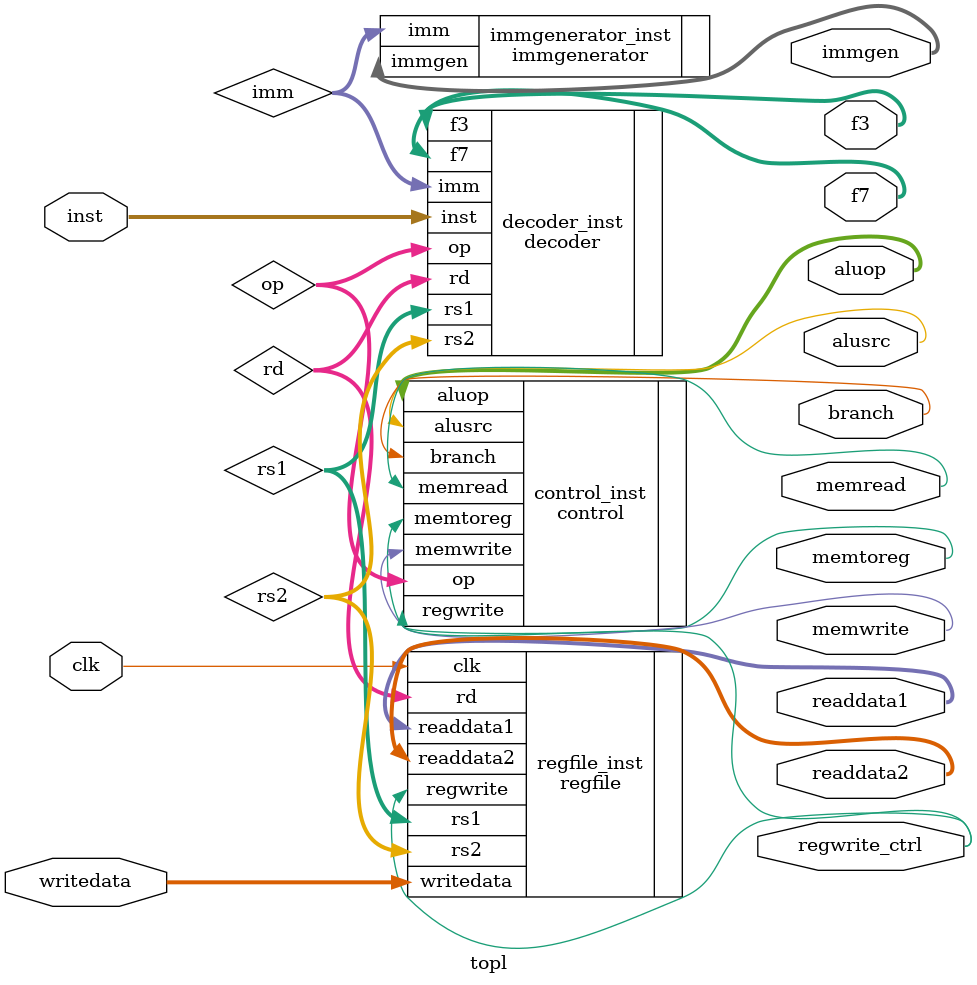
<source format=sv>
module topl (
  input logic [31:0] inst,
  input logic [31:0] writedata,
  
  input logic clk, 
  output logic [31:0] readdata1,
  output logic [31:0] readdata2,
  output logic [2:0] f3,
  output logic [6:0] f7,
  output logic [1:0] aluop,
  output logic alusrc, memtoreg, regwrite_ctrl, memread, memwrite, branch,
  output logic signed [31:0] immgen
);

  logic [4:0] rs1, rs2, rd;
  
  logic [6:0]  op;
  logic [11:0] imm;
  

  // Instantiate modules
  decoder decoder_inst (
    .inst(inst),
    .rs1(rs1),
    .rs2(rs2),
    .rd(rd),
    .f3(f3),
    .f7(f7),
    .op(op),
    .imm(imm)
  );

  control  control_inst (
    .op(op),
    .aluop(aluop),
    .alusrc(alusrc),
    .memtoreg(memtoreg),
    .regwrite(regwrite_ctrl),
    .memread(memread),
    .memwrite(memwrite),
    .branch(branch)
  );

  immgenerator immgenerator_inst (
    .imm(imm),
    .immgen(immgen)
  );

  regfile regfile_inst (
    .rd(rd),
    .rs1(rs1),
    .rs2(rs2),
    .writedata(writedata),
    .regwrite(regwrite_ctrl),
    .clk(clk),
    .readdata1(readdata1),
    .readdata2(readdata2)
  );

 
  

endmodule

</source>
